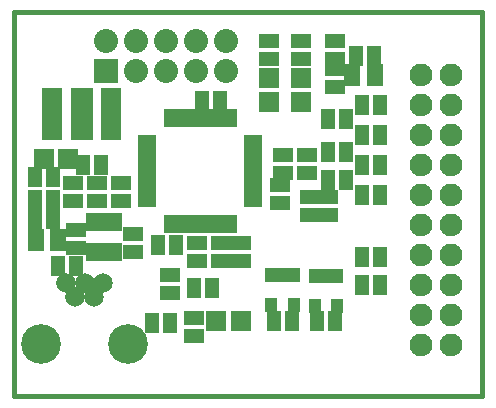
<source format=gts>
G04 (created by PCBNEW-RS274X (2010-03-14)-final) date mar 08 nov 2011 08:32:22 ART*
G01*
G70*
G90*
%MOIN*%
G04 Gerber Fmt 3.4, Leading zero omitted, Abs format*
%FSLAX34Y34*%
G04 APERTURE LIST*
%ADD10C,0.000100*%
%ADD11C,0.015000*%
%ADD12C,0.065300*%
%ADD13C,0.132200*%
%ADD14R,0.027800X0.059300*%
%ADD15R,0.059300X0.027800*%
%ADD16R,0.067200X0.067200*%
%ADD17C,0.076000*%
%ADD18R,0.080000X0.080000*%
%ADD19C,0.080000*%
%ADD20R,0.045000X0.065000*%
%ADD21R,0.065000X0.045000*%
%ADD22R,0.055000X0.075000*%
%ADD23R,0.040000X0.050000*%
%ADD24R,0.047600X0.059400*%
%ADD25R,0.067200X0.177400*%
%ADD26R,0.075100X0.177400*%
G04 APERTURE END LIST*
G54D10*
G54D11*
X51900Y-31500D02*
X51900Y-18700D01*
X67500Y-31500D02*
X51900Y-31500D01*
X67500Y-18700D02*
X67500Y-31500D01*
X51900Y-18700D02*
X67500Y-18700D01*
G54D12*
X54250Y-27743D03*
X53936Y-28215D03*
X54879Y-27743D03*
X54564Y-28215D03*
G54D13*
X55687Y-29750D03*
X52813Y-29750D03*
G54D12*
X53621Y-27743D03*
G54D14*
X57018Y-25771D03*
X57215Y-25771D03*
X57412Y-25771D03*
X57608Y-25771D03*
X57805Y-25771D03*
X58002Y-25771D03*
X58198Y-25771D03*
X58395Y-25771D03*
X58592Y-25771D03*
X58788Y-25771D03*
X58985Y-25771D03*
X59182Y-25771D03*
G54D15*
X59871Y-25082D03*
X59871Y-24885D03*
X59871Y-24688D03*
X59871Y-24492D03*
X59871Y-24295D03*
X59871Y-24098D03*
X59871Y-23902D03*
X59871Y-23705D03*
X59871Y-23508D03*
X59871Y-23312D03*
X59871Y-23115D03*
X59871Y-22918D03*
G54D14*
X59182Y-22229D03*
X58985Y-22229D03*
X58788Y-22229D03*
X58592Y-22229D03*
X58395Y-22229D03*
X58198Y-22229D03*
X58002Y-22229D03*
X57805Y-22229D03*
X57608Y-22229D03*
X57412Y-22229D03*
X57215Y-22229D03*
X57018Y-22229D03*
G54D15*
X56329Y-22918D03*
X56329Y-23115D03*
X56329Y-23312D03*
X56329Y-23508D03*
X56329Y-23705D03*
X56329Y-23902D03*
X56329Y-24098D03*
X56329Y-24295D03*
X56329Y-24492D03*
X56329Y-24688D03*
X56329Y-24885D03*
X56329Y-25082D03*
G54D16*
X58637Y-29000D03*
X59463Y-29000D03*
X61450Y-20887D03*
X61450Y-21713D03*
X60400Y-20887D03*
X60400Y-21713D03*
X52887Y-23600D03*
X53713Y-23600D03*
G54D17*
X65450Y-20800D03*
X66450Y-20800D03*
X65450Y-21800D03*
X66450Y-21800D03*
X65450Y-22800D03*
X66450Y-22800D03*
X65450Y-23800D03*
X66450Y-23800D03*
X65450Y-24800D03*
X66450Y-24800D03*
X65450Y-25800D03*
X66450Y-25800D03*
X65450Y-26800D03*
X66450Y-26800D03*
X65450Y-27800D03*
X66450Y-27800D03*
X65450Y-28800D03*
X66450Y-28800D03*
X65450Y-29800D03*
X66450Y-29800D03*
G54D18*
X54950Y-20650D03*
G54D19*
X54950Y-19650D03*
X55950Y-20650D03*
X55950Y-19650D03*
X56950Y-20650D03*
X56950Y-19650D03*
X57950Y-20650D03*
X57950Y-19650D03*
X58950Y-20650D03*
X58950Y-19650D03*
G54D20*
X62950Y-24300D03*
X62350Y-24300D03*
X62950Y-23350D03*
X62350Y-23350D03*
X62950Y-22250D03*
X62350Y-22250D03*
G54D21*
X61750Y-24850D03*
X61750Y-25450D03*
X58800Y-26400D03*
X58800Y-27000D03*
X62350Y-25450D03*
X62350Y-24850D03*
X61650Y-24050D03*
X61650Y-23450D03*
X60750Y-24450D03*
X60750Y-25050D03*
X60850Y-24050D03*
X60850Y-23450D03*
G54D20*
X54800Y-23800D03*
X54200Y-23800D03*
G54D21*
X57100Y-27450D03*
X57100Y-28050D03*
G54D20*
X58500Y-27900D03*
X57900Y-27900D03*
X57100Y-29050D03*
X56500Y-29050D03*
G54D21*
X60400Y-19650D03*
X60400Y-20250D03*
X61450Y-19650D03*
X61450Y-20250D03*
X57900Y-29500D03*
X57900Y-28900D03*
G54D20*
X53200Y-24200D03*
X52600Y-24200D03*
G54D21*
X55850Y-26700D03*
X55850Y-26100D03*
G54D20*
X57300Y-26450D03*
X56700Y-26450D03*
X62000Y-29000D03*
X62600Y-29000D03*
X61150Y-29000D03*
X60550Y-29000D03*
X64100Y-21800D03*
X63500Y-21800D03*
X64100Y-22800D03*
X63500Y-22800D03*
X64100Y-23800D03*
X63500Y-23800D03*
X64100Y-24800D03*
X63500Y-24800D03*
X64100Y-26850D03*
X63500Y-26850D03*
X64100Y-27800D03*
X63500Y-27800D03*
G54D21*
X59450Y-26400D03*
X59450Y-27000D03*
G54D20*
X58150Y-21650D03*
X58750Y-21650D03*
G54D21*
X55450Y-24400D03*
X55450Y-25000D03*
X53850Y-24400D03*
X53850Y-25000D03*
X58000Y-26400D03*
X58000Y-27000D03*
X54650Y-24400D03*
X54650Y-25000D03*
X53950Y-25950D03*
X53950Y-26550D03*
G54D20*
X52600Y-24950D03*
X53200Y-24950D03*
G54D21*
X62600Y-19650D03*
X62600Y-20250D03*
G54D20*
X52600Y-25600D03*
X53200Y-25600D03*
G54D21*
X62600Y-21200D03*
X62600Y-20600D03*
G54D20*
X53350Y-27150D03*
X53950Y-27150D03*
X63900Y-20150D03*
X63300Y-20150D03*
G54D22*
X52625Y-26300D03*
X53375Y-26300D03*
X63925Y-20800D03*
X63175Y-20800D03*
G54D23*
X61225Y-27450D03*
X60475Y-27450D03*
X61225Y-28450D03*
X60850Y-27450D03*
X60475Y-28450D03*
X62675Y-27500D03*
X61925Y-27500D03*
X62675Y-28500D03*
X62300Y-27500D03*
X61925Y-28500D03*
G54D24*
X54525Y-25700D03*
X54900Y-25700D03*
X55275Y-25700D03*
X55275Y-26700D03*
X54900Y-26700D03*
X54525Y-26700D03*
G54D25*
X55134Y-22100D03*
G54D26*
X54150Y-22100D03*
G54D25*
X53166Y-22100D03*
M02*

</source>
